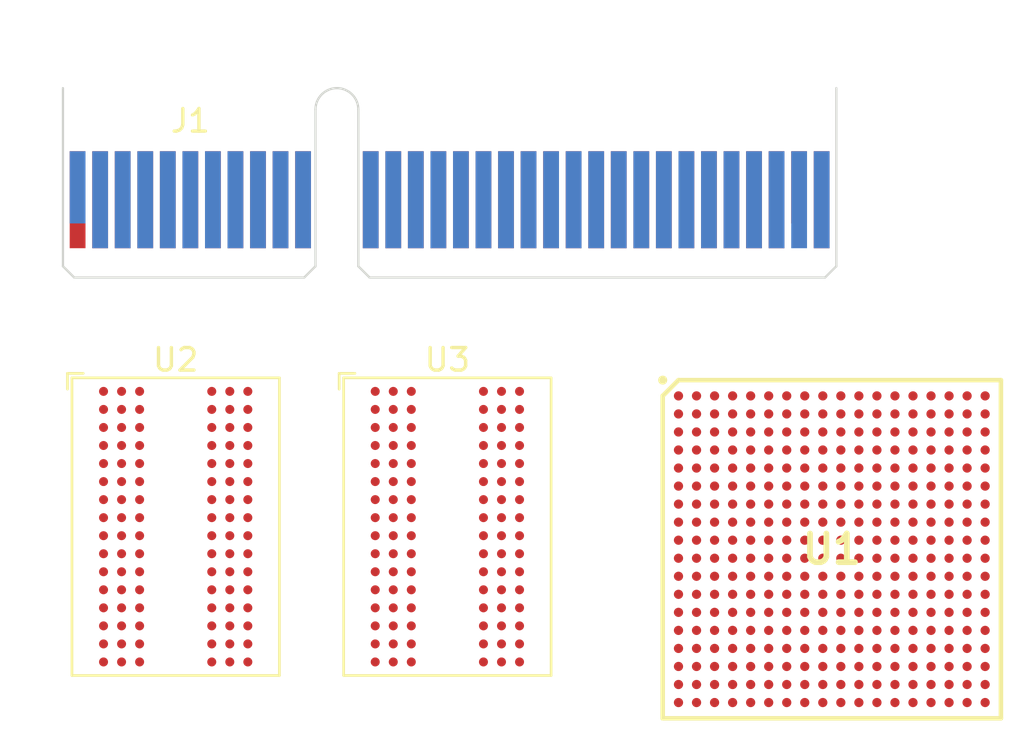
<source format=kicad_pcb>
(kicad_pcb (version 20230410) (generator pcbnew)
  (layers (0 "F.Cu" signal) (1 "In1.Cu" signal) (2 "In2.Cu" signal) (31 "B.Cu" signal) (34 "B.Paste" user) (35 "F.Paste" user) (36 "B.SilkS" user "B.Silkscreen") (37 "F.SilkS" user "F.Silkscreen") (38 "B.Mask" user) (39 "F.Mask" user) (44 "Edge.Cuts" user))
  (net 0 "")
  (net 1 "Net-(J1-~{PRSNT1})")
  (net 2 "+12V")
  (net 3 "GND")
  (net 9 "PCIE_RST")
  (net 10 "PCIE_CLK+")
  (net 11 "PCIE_CLK-")
  (net 12 "PCIE_RX_0P")
  (net 13 "PCIE_RX_0N")
  (net 15 "PCIE_RX_1P")
  (net 16 "PCIE_RX_1N")
  (net 17 "PCIE_RX_2P")
  (net 18 "PCIE_RX_2N")
  (net 19 "PCIE_RX_3P")
  (net 20 "PCIE_RX_3N")
  (net 28 "MGT_RX_3P")
  (net 29 "MGT_RX_3N")
  (net 31 "MGT_RX_2P")
  (net 32 "MGT_RX_2N")
  (net 33 "MGT_RX_1P")
  (net 34 "MGT_RX_1N")
  (net 35 "MGT_RX_0P")
  (net 36 "MGT_RX_0N")
  (net 38 "Net-(J1-~{PRSNT2}-PadB31)")
  (net 39 "+1V2")
  (net 40 "Net-(U1D-MGTRREF_216)")
  (net 47 "+1V35")
  (net 49 "MGT_TX_3N")
  (net 50 "MGT_TX_3P")
  (net 51 "+1V0")
  (net 52 "MGT_CLK1N")
  (net 53 "MGT_CLK1P")
  (net 71 "MGT_TX_2N")
  (net 72 "MGT_TX_2P")
  (net 85 "+1V8")
  (net 92 "MGT_TX_1N")
  (net 93 "MGT_TX_1P")
  (net 105 "MGT_TX_0N")
  (net 106 "MGT_TX_0P")
  (net 133 "+3V3")
  (net 228 "/DDR/DQS1N")
  (net 232 "/DDR/DQS1P")
  (net 234 "/DDR/DM1")
  (net 237 "/DDR/DM0")
  (net 239 "/DDR/DQS0P")
  (net 243 "/DDR/DQS0N")
  (net 244 "/DDR/VTTREF")
  (net 249 "/DDR/DDR_RAS")
  (net 250 "/DDR/DDR_CLKP")
  (net 252 "/DDR/DDR_ODT")
  (net 253 "/DDR/DDR_CAS")
  (net 254 "/DDR/DDR_CLKN")
  (net 255 "/DDR/DDR_CKE")
  (net 257 "/DDR/DDR_S0")
  (net 258 "/DDR/DDR_WE")
  (net 259 "/DDR/A10")
  (net 260 "Net-(U2-ZQ)")
  (net 262 "/DDR/BA0")
  (net 263 "/DDR/BA2")
  (net 265 "/DDR/A3")
  (net 266 "/DDR/A0")
  (net 267 "/DDR/A12")
  (net 268 "/DDR/BA1")
  (net 269 "/DDR/A5")
  (net 270 "/DDR/A2")
  (net 271 "/DDR/A1")
  (net 272 "/DDR/A4")
  (net 273 "/DDR/A7")
  (net 274 "/DDR/A9")
  (net 275 "/DDR/A11")
  (net 276 "/DDR/A6")
  (net 277 "/DDR/DDR_RST")
  (net 278 "/DDR/A8")
  (net 282 "/DDR/DQS3N")
  (net 286 "/DDR/DQS3P")
  (net 288 "/DDR/DM3")
  (net 291 "/DDR/DM2")
  (net 293 "/DDR/DQS2P")
  (net 297 "/DDR/DQS2N")
  (net 304 "Net-(U3-ZQ)")
  (footprint "Footprints:BGA324C80P18X18_1500X1500X150" (layer "F.Cu") (at 119.946 98.356)
    (fp_text reference "U1")
    (fp_text value "XC7A35T-CSG325" hide)
  )
  (footprint "Package_BGA:BGA-96_9.0x13.0mm_Layout2x3x16_P0.8mm" (layer "F.Cu") (at 102.896 97.356)
    (fp_text reference "U3")
    (fp_text value "MT41K64M16JT-15E")
  )
  (footprint "Package_BGA:BGA-96_9.0x13.0mm_Layout2x3x16_P0.8mm" (layer "F.Cu") (at 90.846 97.356)
    (fp_text reference "U2")
    (fp_text value "MT41K64M16JT-15E")
  )
  (footprint "Connector_PCBEdge:BUS_PCIexpress_x4" (layer "F.Cu") (at 86.496 82.856)
    (fp_text reference "J1")
    (fp_text value "Bus_PCI_Express_x4")
    (fp_line (start -0.65 -4.95) (end -0.65 2.95) (stroke (width 0.1)) (layer "Edge.Cuts"))
    (fp_line (start -0.65 2.95) (end -0.15 3.45) (stroke (width 0.1)) (layer "Edge.Cuts"))
    (fp_line (start -0.15 3.45) (end 10.05 3.45) (stroke (width 0.1)) (layer "Edge.Cuts"))
    (fp_line (start 10.55 -4) (end 10.55 2.95) (stroke (width 0.1)) (layer "Edge.Cuts"))
    (fp_line (start 10.55 2.95) (end 10.05 3.45) (stroke (width 0.1)) (layer "Edge.Cuts"))
    (fp_line (start 12.45 -4) (end 12.45 2.95) (stroke (width 0.1)) (layer "Edge.Cuts"))
    (fp_line (start 12.45 2.95) (end 12.95 3.45) (stroke (width 0.1)) (layer "Edge.Cuts"))
    (fp_line (start 12.95 3.45) (end 33.15 3.45) (stroke (width 0.1)) (layer "Edge.Cuts"))
    (fp_line (start 33.65 -4.95) (end 33.65 2.95) (stroke (width 0.1)) (layer "Edge.Cuts"))
    (fp_line (start 33.65 2.95) (end 33.15 3.45) (stroke (width 0.1)) (layer "Edge.Cuts"))
    (fp_arc (start 10.55 -4) (mid 11.5 -4.95) (end 12.45 -4) (stroke (width 0.1)) (layer "Edge.Cuts"))
  )
)
</source>
